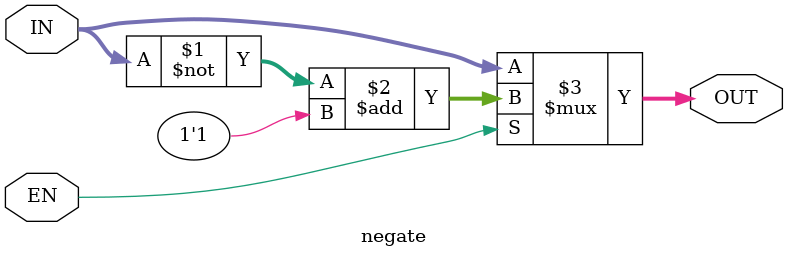
<source format=sv>
module ffd #( parameter WIDTH = 32)
            ( input                    CLK, 
              input                    RESET,
              input                    EN,
              input        [WIDTH-1:0] D,
              output logic [WIDTH-1:0] Q );
                 
always_ff @(posedge CLK)
  if (RESET)  Q <= 0;
  else if(EN) Q <= D;

endmodule
//=============================================================//
module ffds #( parameter WIDTH = 32)
             ( input                    CLK, 
               input        [WIDTH-1:0] D,
               output logic [WIDTH-1:0] Q );

always_ff @(posedge CLK) Q <= D;

endmodule
//=============================================================//
module rsd (  input        CLK,
              input        SET,
              input        RESET,
              output logic Q );

always_ff@(posedge CLK)
  if      (RESET) Q <= 1'b0;
  else if (SET)   Q <= 1'b1;
  else            Q <= Q;

endmodule
//=============================================================//
module mux2 #(parameter WIDTH = 32)
             ( input             S,
               input [WIDTH-1:0] D0,
               input [WIDTH-1:0] D1,
               output[WIDTH-1:0] Y);

assign Y = S ? D1 : D0;

endmodule
//=============================================================//
module mux4 #(parameter WIDTH = 32)
             ( input [1:0] S,
               input [WIDTH-1:0] D0, D1, D2, D3,
               output[WIDTH-1:0] Y);

assign Y = S[1] ? (S[0] ? D3 : D2)
                : (S[0] ? D1 : D0);
                
endmodule
//=============================================================//
module mux8 #(parameter WIDTH = 32)
             ( input [2:0]       S,
               input [WIDTH-1:0] D0, D1, D2, D3, D4, D5, D6, D7,
               output[WIDTH-1:0] Y);

assign Y = S[2] ? (S[1] ? (S[0] ? D7 : D6) :
                          (S[0] ? D5 : D4)):
                  (S[1] ? (S[0] ? D3 : D2) :
                          (S[0] ? D1 : D0));

endmodule
//=============================================================//
module mux16 #(parameter WIDTH = 32) 
             (  input        [3:0] SEL,
                input  [WIDTH-1:0] D0,
                input  [WIDTH-1:0] D1,
                input  [WIDTH-1:0] D2,
                input  [WIDTH-1:0] D3,
                input  [WIDTH-1:0] D4,
                input  [WIDTH-1:0] D5,
                input  [WIDTH-1:0] D6,
                input  [WIDTH-1:0] D7,
                input  [WIDTH-1:0] D8,
                input  [WIDTH-1:0] D9,
                input  [WIDTH-1:0] D10,
                input  [WIDTH-1:0] D11,
                input  [WIDTH-1:0] D12,
                input  [WIDTH-1:0] D13,
                input  [WIDTH-1:0] D14,
                input  [WIDTH-1:0] D15,
                output [WIDTH-1:0] Y );

logic [WIDTH-1:0] out;

always_comb
   case(SEL)
   4'd0:  out = D0;
   4'd1:  out = D1;
   4'd2:  out = D2;
   4'd3:  out = D3;
   4'd4:  out = D4;
   4'd5:  out = D5;
   4'd6:  out = D6;
   4'd7:  out = D7;
   4'd8:  out = D8;
   4'd9:  out = D9;
   4'd10: out = D10;
   4'd11: out = D11;
   4'd12: out = D12;
   4'd13: out = D13;
   4'd14: out = D14;
   4'd15: out = D15;
   endcase
   
assign Y = out;

endmodule
//=============================================================//
module mux32 #(parameter WIDTH = 32) 
             (  input        [4:0] SEL,
                input  [WIDTH-1:0] D0,
                input  [WIDTH-1:0] D1,
                input  [WIDTH-1:0] D2,
                input  [WIDTH-1:0] D3,
                input  [WIDTH-1:0] D4,
                input  [WIDTH-1:0] D5,
                input  [WIDTH-1:0] D6,
                input  [WIDTH-1:0] D7,
                input  [WIDTH-1:0] D8,
                input  [WIDTH-1:0] D9,
                input  [WIDTH-1:0] D10,
                input  [WIDTH-1:0] D11,
                input  [WIDTH-1:0] D12,
                input  [WIDTH-1:0] D13,
                input  [WIDTH-1:0] D14,
                input  [WIDTH-1:0] D15,
                input  [WIDTH-1:0] D16,
                input  [WIDTH-1:0] D17,
                input  [WIDTH-1:0] D18,
                input  [WIDTH-1:0] D19,
                input  [WIDTH-1:0] D20,
                input  [WIDTH-1:0] D21,
                input  [WIDTH-1:0] D22,
                input  [WIDTH-1:0] D23,
                input  [WIDTH-1:0] D24,
                input  [WIDTH-1:0] D25,
                input  [WIDTH-1:0] D26,
                input  [WIDTH-1:0] D27,
                input  [WIDTH-1:0] D28,
                input  [WIDTH-1:0] D29,
                input  [WIDTH-1:0] D30,
                input  [WIDTH-1:0] D31,
                output [WIDTH-1:0] Y );

logic [WIDTH-1:0] out;

always_comb
   case(SEL)
   5'd0:  out = D0;
   5'd1:  out = D1;
   5'd2:  out = D2;
   5'd3:  out = D3;
   5'd4:  out = D4;
   5'd5:  out = D5;
   5'd6:  out = D6;
   5'd7:  out = D7;
   5'd8:  out = D8;
   5'd9:  out = D9;
   5'd10: out = D10;
   5'd11: out = D11;
   5'd12: out = D12;
   5'd13: out = D13;
   5'd14: out = D14;
   5'd15: out = D15;
   5'd16: out = D16;
   5'd17: out = D17;
   5'd18: out = D18;
   5'd19: out = D19;
   5'd20: out = D20;
   5'd21: out = D21;
   5'd22: out = D22;
   5'd23: out = D23;
   5'd24: out = D24;
   5'd25: out = D25;
   5'd26: out = D26;
   5'd27: out = D27;
   5'd28: out = D28;
   5'd29: out = D29;
   5'd30: out = D30;
   5'd31: out = D31;
   endcase
   
assign Y = out;

endmodule
//=============================================================//
module signext( input  [15:0] a,
                output [31:0] y );
                
assign y = {{16{a[15]}}, a};

endmodule
//=============================================================//
module immed_extend( input         [2:0] sel,
                     input        [15:0] immed,
                     output logic [31:0] immed_extend );

logic [31:0] sign_ext;

assign sign_ext = {{16{immed[15]}}, immed};
         
always_comb
  case(sel)
  3'b000:   immed_extend = sign_ext;       //sign-extension
  3'b001:   immed_extend = {16'd0, immed}; //zero-extension
  3'b010:   immed_extend = {immed, 16'd0}; //swap for lui          
  3'b011:   immed_extend = 32'd4;          //literal for ret addr calculation
  3'b100:   immed_extend = 32'd0;          //literal for mult/mt passthrough
  default:  immed_extend = 32'hXXXXXXXX;
  endcase
                     
endmodule
//=============================================================//
module branch_extend( input      [15:0] immed,
                      output reg [31:0] immed_extend );

logic [29:0] sign_ext;

assign sign_ext = {{14{immed[15]}}, immed};
                     
assign immed_extend = {sign_ext, 2'b00}; //sign-ext for branches
                     
endmodule
//=============================================================//
module sl2 (input  [31:0] a,
            output [31:0] y );

// shift left by 2
assign y = {a[29:00], 2'b00};

endmodule
//=============================================================//
module sync (  input  CLK,
               input  IN,
               output OUT );
 
reg [1:0] v;

always_ff @(posedge CLK)
  v <= {v[0], IN};

assign OUT = v[1];
               
endmodule
//=============================================================//
module edetect (  input  CLK,
                  input  IN,
                  output POS,
                  output NEG );
 
reg [1:0] v;

always@(posedge CLK)
  v <= {v[0], IN};

assign POS = v[0] & (~v[1]); 
assign NEG = v[1] & (~v[0]); 
               
endmodule
//===============================================//
module hystheresis (  input  CLK,
                      input  RESET,
                      input  IN,
                      output OUT );

reg [3:0] sr;
reg       val;

always_ff @(posedge CLK)
  if(RESET)
    begin
    sr <= 4'd0;
    val <= 1'b0;
    end
  else
    begin
    sr <= {sr[2:0], IN};
    if     (sr == '1)       val <= 1'b1;
    else if(sr == '0)       val <= 1'b0;
    else                    val <= val;
    end

assign OUT = val;
          
endmodule
//===============================================//
module counter #(parameter SIZE = 8) (  input             CLK,
                                        input             RESET,
                                        input             EN,
                                        output [SIZE-1:0] OUT );

logic [SIZE-1:0] cnt;
                                        
always_ff@ (posedge CLK)
  if(RESET)
    cnt <= '0;
  else if(EN) cnt <= cnt + 1'b1;
    
assign OUT = cnt;
                                        
endmodule
//===============================================//
module rand_cnt #(parameter SIZE = 6) (  input             CLK,
                                         input             RESET,
                                         input  [SIZE-1:0] LO,
                                         output [SIZE-1:0] OUT );

logic [SIZE-1:0] cnt;
                                        
always_ff@ (posedge CLK)
  if(RESET)
    cnt <= '1; //'
  else
    begin
    if(cnt == LO)     cnt <= '1; //'
    else              cnt <= cnt - 1'b1;
    end
    
assign OUT = cnt;
                                        
endmodule
//===============================================//
module shift_reg_lf #(parameter SIZE = 8) ( input             CLK,
                                            input             RESET,
                                            input             IN,
                                            input             EN,
                                            output [SIZE-1:0] OUT );

//LSB-first shift register

logic [SIZE-1:0] sreg;

always_ff@ (posedge CLK)
  if(RESET)   sreg <= '0; //'
  else if(EN) sreg <= {IN, sreg[SIZE-1:1]}; 

assign OUT = sreg;
endmodule
//===============================================//
module onehot #( parameter D = 5 )

               ( input           [D-1:0] SEL,
                 output logic [2**D-1:0] Y );

logic [D**2-1:0] out;

always_comb
   begin
   Y = '0; //'
   Y[SEL] = 1'b1;
   end

endmodule
//===============================================//
module negate #( parameter W = 32 )
               ( input          EN,
                 input  [W-1:0] IN,
                 output [W-1:0] OUT );

assign OUT = EN ? (~IN + 1'b1) : IN;

endmodule
//===============================================//



</source>
